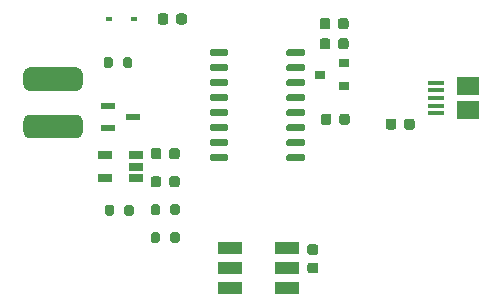
<source format=gbr>
%TF.GenerationSoftware,KiCad,Pcbnew,(5.1.8)-1*%
%TF.CreationDate,2020-11-26T18:41:41+08:00*%
%TF.ProjectId,The_Girls'Gift,5468655f-4769-4726-9c73-27476966742e,V0.8 Beta*%
%TF.SameCoordinates,Original*%
%TF.FileFunction,Paste,Top*%
%TF.FilePolarity,Positive*%
%FSLAX46Y46*%
G04 Gerber Fmt 4.6, Leading zero omitted, Abs format (unit mm)*
G04 Created by KiCad (PCBNEW (5.1.8)-1) date 2020-11-26 18:41:41*
%MOMM*%
%LPD*%
G01*
G04 APERTURE LIST*
%ADD10R,1.900000X1.500000*%
%ADD11R,1.350000X0.400000*%
%ADD12R,0.900000X0.800000*%
%ADD13R,0.600000X0.450000*%
%ADD14R,1.220000X0.650000*%
%ADD15R,1.300000X0.600000*%
%ADD16R,2.000000X1.100000*%
G04 APERTURE END LIST*
D10*
%TO.C,J1*%
X182800000Y-80900000D03*
D11*
X180100000Y-79900000D03*
X180100000Y-79250000D03*
X180100000Y-78600000D03*
X180100000Y-81200000D03*
X180100000Y-80550000D03*
D10*
X182800000Y-78900000D03*
%TD*%
D12*
%TO.C,U2*%
X170300000Y-77900000D03*
X172300000Y-76950000D03*
X172300000Y-78850000D03*
%TD*%
D13*
%TO.C,D1*%
X154550000Y-73200000D03*
X152450000Y-73200000D03*
%TD*%
D14*
%TO.C,U4*%
X154710000Y-86650000D03*
X154710000Y-85700000D03*
X154710000Y-84750000D03*
X152090000Y-84750000D03*
X152090000Y-86650000D03*
%TD*%
%TO.C,U1*%
G36*
G01*
X160950000Y-76205000D02*
X160950000Y-75905000D01*
G75*
G02*
X161100000Y-75755000I150000J0D01*
G01*
X162400000Y-75755000D01*
G75*
G02*
X162550000Y-75905000I0J-150000D01*
G01*
X162550000Y-76205000D01*
G75*
G02*
X162400000Y-76355000I-150000J0D01*
G01*
X161100000Y-76355000D01*
G75*
G02*
X160950000Y-76205000I0J150000D01*
G01*
G37*
G36*
G01*
X160950000Y-77475000D02*
X160950000Y-77175000D01*
G75*
G02*
X161100000Y-77025000I150000J0D01*
G01*
X162400000Y-77025000D01*
G75*
G02*
X162550000Y-77175000I0J-150000D01*
G01*
X162550000Y-77475000D01*
G75*
G02*
X162400000Y-77625000I-150000J0D01*
G01*
X161100000Y-77625000D01*
G75*
G02*
X160950000Y-77475000I0J150000D01*
G01*
G37*
G36*
G01*
X160950000Y-78745000D02*
X160950000Y-78445000D01*
G75*
G02*
X161100000Y-78295000I150000J0D01*
G01*
X162400000Y-78295000D01*
G75*
G02*
X162550000Y-78445000I0J-150000D01*
G01*
X162550000Y-78745000D01*
G75*
G02*
X162400000Y-78895000I-150000J0D01*
G01*
X161100000Y-78895000D01*
G75*
G02*
X160950000Y-78745000I0J150000D01*
G01*
G37*
G36*
G01*
X160950000Y-80015000D02*
X160950000Y-79715000D01*
G75*
G02*
X161100000Y-79565000I150000J0D01*
G01*
X162400000Y-79565000D01*
G75*
G02*
X162550000Y-79715000I0J-150000D01*
G01*
X162550000Y-80015000D01*
G75*
G02*
X162400000Y-80165000I-150000J0D01*
G01*
X161100000Y-80165000D01*
G75*
G02*
X160950000Y-80015000I0J150000D01*
G01*
G37*
G36*
G01*
X160950000Y-81285000D02*
X160950000Y-80985000D01*
G75*
G02*
X161100000Y-80835000I150000J0D01*
G01*
X162400000Y-80835000D01*
G75*
G02*
X162550000Y-80985000I0J-150000D01*
G01*
X162550000Y-81285000D01*
G75*
G02*
X162400000Y-81435000I-150000J0D01*
G01*
X161100000Y-81435000D01*
G75*
G02*
X160950000Y-81285000I0J150000D01*
G01*
G37*
G36*
G01*
X160950000Y-82555000D02*
X160950000Y-82255000D01*
G75*
G02*
X161100000Y-82105000I150000J0D01*
G01*
X162400000Y-82105000D01*
G75*
G02*
X162550000Y-82255000I0J-150000D01*
G01*
X162550000Y-82555000D01*
G75*
G02*
X162400000Y-82705000I-150000J0D01*
G01*
X161100000Y-82705000D01*
G75*
G02*
X160950000Y-82555000I0J150000D01*
G01*
G37*
G36*
G01*
X160950000Y-83825000D02*
X160950000Y-83525000D01*
G75*
G02*
X161100000Y-83375000I150000J0D01*
G01*
X162400000Y-83375000D01*
G75*
G02*
X162550000Y-83525000I0J-150000D01*
G01*
X162550000Y-83825000D01*
G75*
G02*
X162400000Y-83975000I-150000J0D01*
G01*
X161100000Y-83975000D01*
G75*
G02*
X160950000Y-83825000I0J150000D01*
G01*
G37*
G36*
G01*
X160950000Y-85095000D02*
X160950000Y-84795000D01*
G75*
G02*
X161100000Y-84645000I150000J0D01*
G01*
X162400000Y-84645000D01*
G75*
G02*
X162550000Y-84795000I0J-150000D01*
G01*
X162550000Y-85095000D01*
G75*
G02*
X162400000Y-85245000I-150000J0D01*
G01*
X161100000Y-85245000D01*
G75*
G02*
X160950000Y-85095000I0J150000D01*
G01*
G37*
G36*
G01*
X167450000Y-85095000D02*
X167450000Y-84795000D01*
G75*
G02*
X167600000Y-84645000I150000J0D01*
G01*
X168900000Y-84645000D01*
G75*
G02*
X169050000Y-84795000I0J-150000D01*
G01*
X169050000Y-85095000D01*
G75*
G02*
X168900000Y-85245000I-150000J0D01*
G01*
X167600000Y-85245000D01*
G75*
G02*
X167450000Y-85095000I0J150000D01*
G01*
G37*
G36*
G01*
X167450000Y-83825000D02*
X167450000Y-83525000D01*
G75*
G02*
X167600000Y-83375000I150000J0D01*
G01*
X168900000Y-83375000D01*
G75*
G02*
X169050000Y-83525000I0J-150000D01*
G01*
X169050000Y-83825000D01*
G75*
G02*
X168900000Y-83975000I-150000J0D01*
G01*
X167600000Y-83975000D01*
G75*
G02*
X167450000Y-83825000I0J150000D01*
G01*
G37*
G36*
G01*
X167450000Y-82555000D02*
X167450000Y-82255000D01*
G75*
G02*
X167600000Y-82105000I150000J0D01*
G01*
X168900000Y-82105000D01*
G75*
G02*
X169050000Y-82255000I0J-150000D01*
G01*
X169050000Y-82555000D01*
G75*
G02*
X168900000Y-82705000I-150000J0D01*
G01*
X167600000Y-82705000D01*
G75*
G02*
X167450000Y-82555000I0J150000D01*
G01*
G37*
G36*
G01*
X167450000Y-81285000D02*
X167450000Y-80985000D01*
G75*
G02*
X167600000Y-80835000I150000J0D01*
G01*
X168900000Y-80835000D01*
G75*
G02*
X169050000Y-80985000I0J-150000D01*
G01*
X169050000Y-81285000D01*
G75*
G02*
X168900000Y-81435000I-150000J0D01*
G01*
X167600000Y-81435000D01*
G75*
G02*
X167450000Y-81285000I0J150000D01*
G01*
G37*
G36*
G01*
X167450000Y-80015000D02*
X167450000Y-79715000D01*
G75*
G02*
X167600000Y-79565000I150000J0D01*
G01*
X168900000Y-79565000D01*
G75*
G02*
X169050000Y-79715000I0J-150000D01*
G01*
X169050000Y-80015000D01*
G75*
G02*
X168900000Y-80165000I-150000J0D01*
G01*
X167600000Y-80165000D01*
G75*
G02*
X167450000Y-80015000I0J150000D01*
G01*
G37*
G36*
G01*
X167450000Y-78745000D02*
X167450000Y-78445000D01*
G75*
G02*
X167600000Y-78295000I150000J0D01*
G01*
X168900000Y-78295000D01*
G75*
G02*
X169050000Y-78445000I0J-150000D01*
G01*
X169050000Y-78745000D01*
G75*
G02*
X168900000Y-78895000I-150000J0D01*
G01*
X167600000Y-78895000D01*
G75*
G02*
X167450000Y-78745000I0J150000D01*
G01*
G37*
G36*
G01*
X167450000Y-77475000D02*
X167450000Y-77175000D01*
G75*
G02*
X167600000Y-77025000I150000J0D01*
G01*
X168900000Y-77025000D01*
G75*
G02*
X169050000Y-77175000I0J-150000D01*
G01*
X169050000Y-77475000D01*
G75*
G02*
X168900000Y-77625000I-150000J0D01*
G01*
X167600000Y-77625000D01*
G75*
G02*
X167450000Y-77475000I0J150000D01*
G01*
G37*
G36*
G01*
X167450000Y-76205000D02*
X167450000Y-75905000D01*
G75*
G02*
X167600000Y-75755000I150000J0D01*
G01*
X168900000Y-75755000D01*
G75*
G02*
X169050000Y-75905000I0J-150000D01*
G01*
X169050000Y-76205000D01*
G75*
G02*
X168900000Y-76355000I-150000J0D01*
G01*
X167600000Y-76355000D01*
G75*
G02*
X167450000Y-76205000I0J150000D01*
G01*
G37*
%TD*%
%TO.C,R4*%
G36*
G01*
X155975000Y-91975000D02*
X155975000Y-91425000D01*
G75*
G02*
X156175000Y-91225000I200000J0D01*
G01*
X156575000Y-91225000D01*
G75*
G02*
X156775000Y-91425000I0J-200000D01*
G01*
X156775000Y-91975000D01*
G75*
G02*
X156575000Y-92175000I-200000J0D01*
G01*
X156175000Y-92175000D01*
G75*
G02*
X155975000Y-91975000I0J200000D01*
G01*
G37*
G36*
G01*
X157625000Y-91975000D02*
X157625000Y-91425000D01*
G75*
G02*
X157825000Y-91225000I200000J0D01*
G01*
X158225000Y-91225000D01*
G75*
G02*
X158425000Y-91425000I0J-200000D01*
G01*
X158425000Y-91975000D01*
G75*
G02*
X158225000Y-92175000I-200000J0D01*
G01*
X157825000Y-92175000D01*
G75*
G02*
X157625000Y-91975000I0J200000D01*
G01*
G37*
%TD*%
%TO.C,R3*%
G36*
G01*
X158425000Y-89085000D02*
X158425000Y-89635000D01*
G75*
G02*
X158225000Y-89835000I-200000J0D01*
G01*
X157825000Y-89835000D01*
G75*
G02*
X157625000Y-89635000I0J200000D01*
G01*
X157625000Y-89085000D01*
G75*
G02*
X157825000Y-88885000I200000J0D01*
G01*
X158225000Y-88885000D01*
G75*
G02*
X158425000Y-89085000I0J-200000D01*
G01*
G37*
G36*
G01*
X156775000Y-89085000D02*
X156775000Y-89635000D01*
G75*
G02*
X156575000Y-89835000I-200000J0D01*
G01*
X156175000Y-89835000D01*
G75*
G02*
X155975000Y-89635000I0J200000D01*
G01*
X155975000Y-89085000D01*
G75*
G02*
X156175000Y-88885000I200000J0D01*
G01*
X156575000Y-88885000D01*
G75*
G02*
X156775000Y-89085000I0J-200000D01*
G01*
G37*
%TD*%
%TO.C,R2*%
G36*
G01*
X154525000Y-89125000D02*
X154525000Y-89675000D01*
G75*
G02*
X154325000Y-89875000I-200000J0D01*
G01*
X153925000Y-89875000D01*
G75*
G02*
X153725000Y-89675000I0J200000D01*
G01*
X153725000Y-89125000D01*
G75*
G02*
X153925000Y-88925000I200000J0D01*
G01*
X154325000Y-88925000D01*
G75*
G02*
X154525000Y-89125000I0J-200000D01*
G01*
G37*
G36*
G01*
X152875000Y-89125000D02*
X152875000Y-89675000D01*
G75*
G02*
X152675000Y-89875000I-200000J0D01*
G01*
X152275000Y-89875000D01*
G75*
G02*
X152075000Y-89675000I0J200000D01*
G01*
X152075000Y-89125000D01*
G75*
G02*
X152275000Y-88925000I200000J0D01*
G01*
X152675000Y-88925000D01*
G75*
G02*
X152875000Y-89125000I0J-200000D01*
G01*
G37*
%TD*%
%TO.C,R1*%
G36*
G01*
X151975000Y-77175000D02*
X151975000Y-76625000D01*
G75*
G02*
X152175000Y-76425000I200000J0D01*
G01*
X152575000Y-76425000D01*
G75*
G02*
X152775000Y-76625000I0J-200000D01*
G01*
X152775000Y-77175000D01*
G75*
G02*
X152575000Y-77375000I-200000J0D01*
G01*
X152175000Y-77375000D01*
G75*
G02*
X151975000Y-77175000I0J200000D01*
G01*
G37*
G36*
G01*
X153625000Y-77175000D02*
X153625000Y-76625000D01*
G75*
G02*
X153825000Y-76425000I200000J0D01*
G01*
X154225000Y-76425000D01*
G75*
G02*
X154425000Y-76625000I0J-200000D01*
G01*
X154425000Y-77175000D01*
G75*
G02*
X154225000Y-77375000I-200000J0D01*
G01*
X153825000Y-77375000D01*
G75*
G02*
X153625000Y-77175000I0J200000D01*
G01*
G37*
%TD*%
D15*
%TO.C,Q1*%
X154450000Y-81500000D03*
X152350000Y-82450000D03*
X152350000Y-80550000D03*
%TD*%
D16*
%TO.C,D3*%
X162700000Y-92600000D03*
X162700000Y-94300000D03*
X162700000Y-96000000D03*
X167500000Y-96000000D03*
X167500000Y-94300000D03*
X167500000Y-92600000D03*
%TD*%
%TO.C,D2*%
G36*
G01*
X155975000Y-87236250D02*
X155975000Y-86723750D01*
G75*
G02*
X156193750Y-86505000I218750J0D01*
G01*
X156631250Y-86505000D01*
G75*
G02*
X156850000Y-86723750I0J-218750D01*
G01*
X156850000Y-87236250D01*
G75*
G02*
X156631250Y-87455000I-218750J0D01*
G01*
X156193750Y-87455000D01*
G75*
G02*
X155975000Y-87236250I0J218750D01*
G01*
G37*
G36*
G01*
X157550000Y-87236250D02*
X157550000Y-86723750D01*
G75*
G02*
X157768750Y-86505000I218750J0D01*
G01*
X158206250Y-86505000D01*
G75*
G02*
X158425000Y-86723750I0J-218750D01*
G01*
X158425000Y-87236250D01*
G75*
G02*
X158206250Y-87455000I-218750J0D01*
G01*
X157768750Y-87455000D01*
G75*
G02*
X157550000Y-87236250I0J218750D01*
G01*
G37*
%TD*%
%TO.C,C7*%
G36*
G01*
X159025000Y-72950000D02*
X159025000Y-73450000D01*
G75*
G02*
X158800000Y-73675000I-225000J0D01*
G01*
X158350000Y-73675000D01*
G75*
G02*
X158125000Y-73450000I0J225000D01*
G01*
X158125000Y-72950000D01*
G75*
G02*
X158350000Y-72725000I225000J0D01*
G01*
X158800000Y-72725000D01*
G75*
G02*
X159025000Y-72950000I0J-225000D01*
G01*
G37*
G36*
G01*
X157475000Y-72950000D02*
X157475000Y-73450000D01*
G75*
G02*
X157250000Y-73675000I-225000J0D01*
G01*
X156800000Y-73675000D01*
G75*
G02*
X156575000Y-73450000I0J225000D01*
G01*
X156575000Y-72950000D01*
G75*
G02*
X156800000Y-72725000I225000J0D01*
G01*
X157250000Y-72725000D01*
G75*
G02*
X157475000Y-72950000I0J-225000D01*
G01*
G37*
%TD*%
%TO.C,C6*%
G36*
G01*
X169450000Y-92275000D02*
X169950000Y-92275000D01*
G75*
G02*
X170175000Y-92500000I0J-225000D01*
G01*
X170175000Y-92950000D01*
G75*
G02*
X169950000Y-93175000I-225000J0D01*
G01*
X169450000Y-93175000D01*
G75*
G02*
X169225000Y-92950000I0J225000D01*
G01*
X169225000Y-92500000D01*
G75*
G02*
X169450000Y-92275000I225000J0D01*
G01*
G37*
G36*
G01*
X169450000Y-93825000D02*
X169950000Y-93825000D01*
G75*
G02*
X170175000Y-94050000I0J-225000D01*
G01*
X170175000Y-94500000D01*
G75*
G02*
X169950000Y-94725000I-225000J0D01*
G01*
X169450000Y-94725000D01*
G75*
G02*
X169225000Y-94500000I0J225000D01*
G01*
X169225000Y-94050000D01*
G75*
G02*
X169450000Y-93825000I225000J0D01*
G01*
G37*
%TD*%
%TO.C,C5*%
G36*
G01*
X155975000Y-84850000D02*
X155975000Y-84350000D01*
G75*
G02*
X156200000Y-84125000I225000J0D01*
G01*
X156650000Y-84125000D01*
G75*
G02*
X156875000Y-84350000I0J-225000D01*
G01*
X156875000Y-84850000D01*
G75*
G02*
X156650000Y-85075000I-225000J0D01*
G01*
X156200000Y-85075000D01*
G75*
G02*
X155975000Y-84850000I0J225000D01*
G01*
G37*
G36*
G01*
X157525000Y-84850000D02*
X157525000Y-84350000D01*
G75*
G02*
X157750000Y-84125000I225000J0D01*
G01*
X158200000Y-84125000D01*
G75*
G02*
X158425000Y-84350000I0J-225000D01*
G01*
X158425000Y-84850000D01*
G75*
G02*
X158200000Y-85075000I-225000J0D01*
G01*
X157750000Y-85075000D01*
G75*
G02*
X157525000Y-84850000I0J225000D01*
G01*
G37*
%TD*%
%TO.C,C4*%
G36*
G01*
X170275000Y-73850000D02*
X170275000Y-73350000D01*
G75*
G02*
X170500000Y-73125000I225000J0D01*
G01*
X170950000Y-73125000D01*
G75*
G02*
X171175000Y-73350000I0J-225000D01*
G01*
X171175000Y-73850000D01*
G75*
G02*
X170950000Y-74075000I-225000J0D01*
G01*
X170500000Y-74075000D01*
G75*
G02*
X170275000Y-73850000I0J225000D01*
G01*
G37*
G36*
G01*
X171825000Y-73850000D02*
X171825000Y-73350000D01*
G75*
G02*
X172050000Y-73125000I225000J0D01*
G01*
X172500000Y-73125000D01*
G75*
G02*
X172725000Y-73350000I0J-225000D01*
G01*
X172725000Y-73850000D01*
G75*
G02*
X172500000Y-74075000I-225000J0D01*
G01*
X172050000Y-74075000D01*
G75*
G02*
X171825000Y-73850000I0J225000D01*
G01*
G37*
%TD*%
%TO.C,C3*%
G36*
G01*
X175875000Y-82350000D02*
X175875000Y-81850000D01*
G75*
G02*
X176100000Y-81625000I225000J0D01*
G01*
X176550000Y-81625000D01*
G75*
G02*
X176775000Y-81850000I0J-225000D01*
G01*
X176775000Y-82350000D01*
G75*
G02*
X176550000Y-82575000I-225000J0D01*
G01*
X176100000Y-82575000D01*
G75*
G02*
X175875000Y-82350000I0J225000D01*
G01*
G37*
G36*
G01*
X177425000Y-82350000D02*
X177425000Y-81850000D01*
G75*
G02*
X177650000Y-81625000I225000J0D01*
G01*
X178100000Y-81625000D01*
G75*
G02*
X178325000Y-81850000I0J-225000D01*
G01*
X178325000Y-82350000D01*
G75*
G02*
X178100000Y-82575000I-225000J0D01*
G01*
X177650000Y-82575000D01*
G75*
G02*
X177425000Y-82350000I0J225000D01*
G01*
G37*
%TD*%
%TO.C,C2*%
G36*
G01*
X172725000Y-75050000D02*
X172725000Y-75550000D01*
G75*
G02*
X172500000Y-75775000I-225000J0D01*
G01*
X172050000Y-75775000D01*
G75*
G02*
X171825000Y-75550000I0J225000D01*
G01*
X171825000Y-75050000D01*
G75*
G02*
X172050000Y-74825000I225000J0D01*
G01*
X172500000Y-74825000D01*
G75*
G02*
X172725000Y-75050000I0J-225000D01*
G01*
G37*
G36*
G01*
X171175000Y-75050000D02*
X171175000Y-75550000D01*
G75*
G02*
X170950000Y-75775000I-225000J0D01*
G01*
X170500000Y-75775000D01*
G75*
G02*
X170275000Y-75550000I0J225000D01*
G01*
X170275000Y-75050000D01*
G75*
G02*
X170500000Y-74825000I225000J0D01*
G01*
X170950000Y-74825000D01*
G75*
G02*
X171175000Y-75050000I0J-225000D01*
G01*
G37*
%TD*%
%TO.C,C1*%
G36*
G01*
X170375000Y-81950000D02*
X170375000Y-81450000D01*
G75*
G02*
X170600000Y-81225000I225000J0D01*
G01*
X171050000Y-81225000D01*
G75*
G02*
X171275000Y-81450000I0J-225000D01*
G01*
X171275000Y-81950000D01*
G75*
G02*
X171050000Y-82175000I-225000J0D01*
G01*
X170600000Y-82175000D01*
G75*
G02*
X170375000Y-81950000I0J225000D01*
G01*
G37*
G36*
G01*
X171925000Y-81950000D02*
X171925000Y-81450000D01*
G75*
G02*
X172150000Y-81225000I225000J0D01*
G01*
X172600000Y-81225000D01*
G75*
G02*
X172825000Y-81450000I0J-225000D01*
G01*
X172825000Y-81950000D01*
G75*
G02*
X172600000Y-82175000I-225000J0D01*
G01*
X172150000Y-82175000D01*
G75*
G02*
X171925000Y-81950000I0J225000D01*
G01*
G37*
%TD*%
%TO.C,BT1*%
G36*
G01*
X149700000Y-83300000D02*
X145700000Y-83300000D01*
G75*
G02*
X145200000Y-82800000I0J500000D01*
G01*
X145200000Y-81800000D01*
G75*
G02*
X145700000Y-81300000I500000J0D01*
G01*
X149700000Y-81300000D01*
G75*
G02*
X150200000Y-81800000I0J-500000D01*
G01*
X150200000Y-82800000D01*
G75*
G02*
X149700000Y-83300000I-500000J0D01*
G01*
G37*
G36*
G01*
X149700000Y-79300000D02*
X145700000Y-79300000D01*
G75*
G02*
X145200000Y-78800000I0J500000D01*
G01*
X145200000Y-77800000D01*
G75*
G02*
X145700000Y-77300000I500000J0D01*
G01*
X149700000Y-77300000D01*
G75*
G02*
X150200000Y-77800000I0J-500000D01*
G01*
X150200000Y-78800000D01*
G75*
G02*
X149700000Y-79300000I-500000J0D01*
G01*
G37*
%TD*%
M02*

</source>
